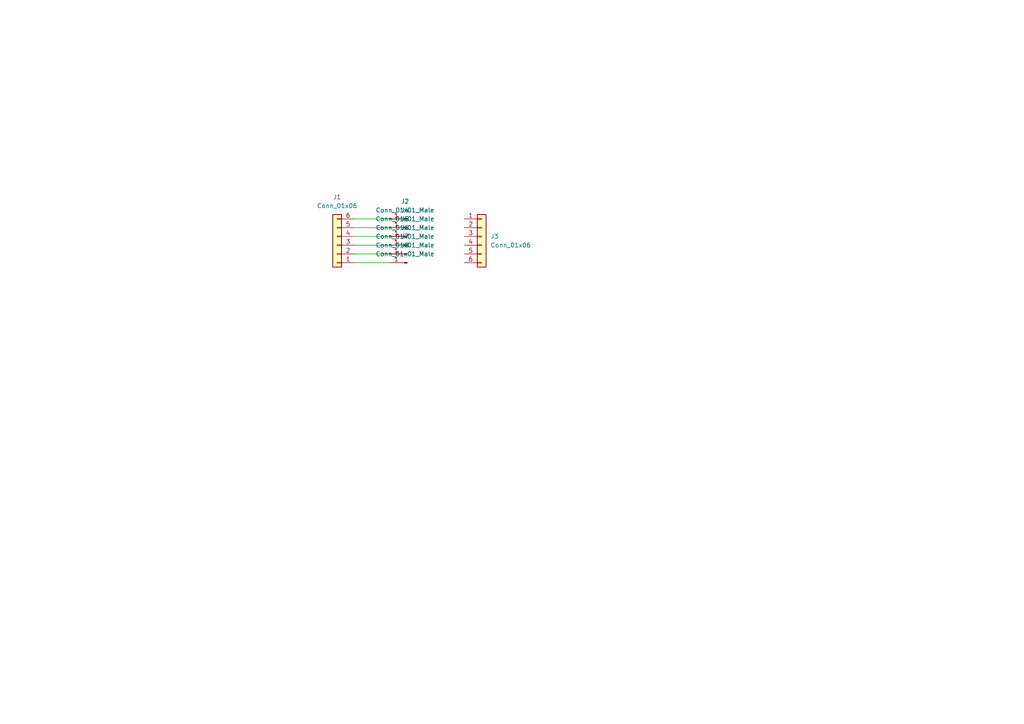
<source format=kicad_sch>
(kicad_sch (version 20211123) (generator eeschema)

  (uuid e63e39d7-6ac0-4ffd-8aa3-1841a4541b55)

  (paper "A4")

  (lib_symbols
    (symbol "Connector:Conn_01x01_Male" (pin_names (offset 1.016) hide) (in_bom yes) (on_board yes)
      (property "Reference" "J" (id 0) (at 0 2.54 0)
        (effects (font (size 1.27 1.27)))
      )
      (property "Value" "Conn_01x01_Male" (id 1) (at 0 -2.54 0)
        (effects (font (size 1.27 1.27)))
      )
      (property "Footprint" "" (id 2) (at 0 0 0)
        (effects (font (size 1.27 1.27)) hide)
      )
      (property "Datasheet" "~" (id 3) (at 0 0 0)
        (effects (font (size 1.27 1.27)) hide)
      )
      (property "ki_keywords" "connector" (id 4) (at 0 0 0)
        (effects (font (size 1.27 1.27)) hide)
      )
      (property "ki_description" "Generic connector, single row, 01x01, script generated (kicad-library-utils/schlib/autogen/connector/)" (id 5) (at 0 0 0)
        (effects (font (size 1.27 1.27)) hide)
      )
      (property "ki_fp_filters" "Connector*:*" (id 6) (at 0 0 0)
        (effects (font (size 1.27 1.27)) hide)
      )
      (symbol "Conn_01x01_Male_1_1"
        (polyline
          (pts
            (xy 1.27 0)
            (xy 0.8636 0)
          )
          (stroke (width 0.1524) (type default) (color 0 0 0 0))
          (fill (type none))
        )
        (rectangle (start 0.8636 0.127) (end 0 -0.127)
          (stroke (width 0.1524) (type default) (color 0 0 0 0))
          (fill (type outline))
        )
        (pin passive line (at 5.08 0 180) (length 3.81)
          (name "Pin_1" (effects (font (size 1.27 1.27))))
          (number "1" (effects (font (size 1.27 1.27))))
        )
      )
    )
    (symbol "Connector_Generic:Conn_01x06" (pin_names (offset 1.016) hide) (in_bom yes) (on_board yes)
      (property "Reference" "J" (id 0) (at 0 7.62 0)
        (effects (font (size 1.27 1.27)))
      )
      (property "Value" "Conn_01x06" (id 1) (at 0 -10.16 0)
        (effects (font (size 1.27 1.27)))
      )
      (property "Footprint" "" (id 2) (at 0 0 0)
        (effects (font (size 1.27 1.27)) hide)
      )
      (property "Datasheet" "~" (id 3) (at 0 0 0)
        (effects (font (size 1.27 1.27)) hide)
      )
      (property "ki_keywords" "connector" (id 4) (at 0 0 0)
        (effects (font (size 1.27 1.27)) hide)
      )
      (property "ki_description" "Generic connector, single row, 01x06, script generated (kicad-library-utils/schlib/autogen/connector/)" (id 5) (at 0 0 0)
        (effects (font (size 1.27 1.27)) hide)
      )
      (property "ki_fp_filters" "Connector*:*_1x??_*" (id 6) (at 0 0 0)
        (effects (font (size 1.27 1.27)) hide)
      )
      (symbol "Conn_01x06_1_1"
        (rectangle (start -1.27 -7.493) (end 0 -7.747)
          (stroke (width 0.1524) (type default) (color 0 0 0 0))
          (fill (type none))
        )
        (rectangle (start -1.27 -4.953) (end 0 -5.207)
          (stroke (width 0.1524) (type default) (color 0 0 0 0))
          (fill (type none))
        )
        (rectangle (start -1.27 -2.413) (end 0 -2.667)
          (stroke (width 0.1524) (type default) (color 0 0 0 0))
          (fill (type none))
        )
        (rectangle (start -1.27 0.127) (end 0 -0.127)
          (stroke (width 0.1524) (type default) (color 0 0 0 0))
          (fill (type none))
        )
        (rectangle (start -1.27 2.667) (end 0 2.413)
          (stroke (width 0.1524) (type default) (color 0 0 0 0))
          (fill (type none))
        )
        (rectangle (start -1.27 5.207) (end 0 4.953)
          (stroke (width 0.1524) (type default) (color 0 0 0 0))
          (fill (type none))
        )
        (rectangle (start -1.27 6.35) (end 1.27 -8.89)
          (stroke (width 0.254) (type default) (color 0 0 0 0))
          (fill (type background))
        )
        (pin passive line (at -5.08 5.08 0) (length 3.81)
          (name "Pin_1" (effects (font (size 1.27 1.27))))
          (number "1" (effects (font (size 1.27 1.27))))
        )
        (pin passive line (at -5.08 2.54 0) (length 3.81)
          (name "Pin_2" (effects (font (size 1.27 1.27))))
          (number "2" (effects (font (size 1.27 1.27))))
        )
        (pin passive line (at -5.08 0 0) (length 3.81)
          (name "Pin_3" (effects (font (size 1.27 1.27))))
          (number "3" (effects (font (size 1.27 1.27))))
        )
        (pin passive line (at -5.08 -2.54 0) (length 3.81)
          (name "Pin_4" (effects (font (size 1.27 1.27))))
          (number "4" (effects (font (size 1.27 1.27))))
        )
        (pin passive line (at -5.08 -5.08 0) (length 3.81)
          (name "Pin_5" (effects (font (size 1.27 1.27))))
          (number "5" (effects (font (size 1.27 1.27))))
        )
        (pin passive line (at -5.08 -7.62 0) (length 3.81)
          (name "Pin_6" (effects (font (size 1.27 1.27))))
          (number "6" (effects (font (size 1.27 1.27))))
        )
      )
    )
  )


  (wire (pts (xy 102.87 73.66) (xy 113.03 73.66))
    (stroke (width 0) (type default) (color 0 0 0 0))
    (uuid 5d673996-a2f9-4f3b-81ec-82f560e192b4)
  )
  (wire (pts (xy 102.87 68.58) (xy 113.03 68.58))
    (stroke (width 0) (type default) (color 0 0 0 0))
    (uuid 98ab2e8c-84e7-4d31-9719-3c6d3c920668)
  )
  (wire (pts (xy 102.87 71.12) (xy 113.03 71.12))
    (stroke (width 0) (type default) (color 0 0 0 0))
    (uuid c2ff89c4-a2fd-41b5-8108-a20f4c016052)
  )
  (wire (pts (xy 102.87 66.04) (xy 113.03 66.04))
    (stroke (width 0) (type default) (color 0 0 0 0))
    (uuid cd9e0c8d-7ccc-4036-aed2-a7129b8c90a0)
  )
  (wire (pts (xy 102.87 76.2) (xy 113.03 76.2))
    (stroke (width 0) (type default) (color 0 0 0 0))
    (uuid ea1bd1e0-70fa-4862-8d86-6949d59a078b)
  )
  (wire (pts (xy 102.87 63.5) (xy 113.03 63.5))
    (stroke (width 0) (type default) (color 0 0 0 0))
    (uuid f9f636ac-8f9f-4cfb-b560-33a24af584ac)
  )

  (symbol (lib_id "Connector_Generic:Conn_01x06") (at 97.79 71.12 180) (unit 1)
    (in_bom yes) (on_board yes) (fields_autoplaced)
    (uuid 02f20c79-68e1-4e36-abf9-36efb187ee46)
    (property "Reference" "J1" (id 0) (at 97.79 57.15 0))
    (property "Value" "Conn_01x06" (id 1) (at 97.79 59.69 0))
    (property "Footprint" "Connector_PinHeader_2.54mm:PinHeader_1x06_P2.54mm_Vertical" (id 2) (at 97.79 71.12 0)
      (effects (font (size 1.27 1.27)) hide)
    )
    (property "Datasheet" "~" (id 3) (at 97.79 71.12 0)
      (effects (font (size 1.27 1.27)) hide)
    )
    (pin "1" (uuid 57251f70-72f2-4f1f-9136-2726bd330fe8))
    (pin "2" (uuid 6ff50d1b-aae0-495b-b1ea-a601171c9fa4))
    (pin "3" (uuid 634c4d1e-d7db-43f5-a524-9335d892b61a))
    (pin "4" (uuid a144b18a-c204-47f4-b7c4-c46ed75a647d))
    (pin "5" (uuid 05e03a78-8584-4890-ae76-f3fee00c6878))
    (pin "6" (uuid 5c0d3aa7-1db0-4fd8-82fd-16d590d634d8))
  )

  (symbol (lib_id "Connector:Conn_01x01_Male") (at 118.11 76.2 180) (unit 1)
    (in_bom yes) (on_board yes) (fields_autoplaced)
    (uuid 178d70b0-9d36-4b6c-a819-2840526db39a)
    (property "Reference" "J8" (id 0) (at 117.475 71.12 0))
    (property "Value" "Conn_01x01_Male" (id 1) (at 117.475 73.66 0))
    (property "Footprint" "footprints:PinHeader_1x01_P1.00mm_Horizontal" (id 2) (at 118.11 76.2 0)
      (effects (font (size 1.27 1.27)) hide)
    )
    (property "Datasheet" "~" (id 3) (at 118.11 76.2 0)
      (effects (font (size 1.27 1.27)) hide)
    )
    (pin "1" (uuid f2e35f1c-880a-4f5a-b249-7c9b6e0820ee))
  )

  (symbol (lib_id "Connector:Conn_01x01_Male") (at 118.11 66.04 180) (unit 1)
    (in_bom yes) (on_board yes) (fields_autoplaced)
    (uuid 3d07da88-94bf-458a-a135-40a54152bd97)
    (property "Reference" "J4" (id 0) (at 117.475 60.96 0))
    (property "Value" "Conn_01x01_Male" (id 1) (at 117.475 63.5 0))
    (property "Footprint" "footprints:PinHeader_1x01_P1.00mm_Horizontal" (id 2) (at 118.11 66.04 0)
      (effects (font (size 1.27 1.27)) hide)
    )
    (property "Datasheet" "~" (id 3) (at 118.11 66.04 0)
      (effects (font (size 1.27 1.27)) hide)
    )
    (pin "1" (uuid 70166913-b3bb-429c-9f48-fd98991f8d6b))
  )

  (symbol (lib_id "Connector:Conn_01x01_Male") (at 118.11 68.58 180) (unit 1)
    (in_bom yes) (on_board yes) (fields_autoplaced)
    (uuid 42cd5fde-d496-467b-9aa3-63e7f6326518)
    (property "Reference" "J5" (id 0) (at 117.475 63.5 0))
    (property "Value" "Conn_01x01_Male" (id 1) (at 117.475 66.04 0))
    (property "Footprint" "footprints:PinHeader_1x01_P1.00mm_Horizontal" (id 2) (at 118.11 68.58 0)
      (effects (font (size 1.27 1.27)) hide)
    )
    (property "Datasheet" "~" (id 3) (at 118.11 68.58 0)
      (effects (font (size 1.27 1.27)) hide)
    )
    (pin "1" (uuid d9c83be6-b85a-4e4f-a6e5-f36cb89df2d2))
  )

  (symbol (lib_id "Connector:Conn_01x01_Male") (at 118.11 71.12 180) (unit 1)
    (in_bom yes) (on_board yes) (fields_autoplaced)
    (uuid aeda4e14-9a18-428c-affd-e1707bff9b12)
    (property "Reference" "J6" (id 0) (at 117.475 66.04 0))
    (property "Value" "Conn_01x01_Male" (id 1) (at 117.475 68.58 0))
    (property "Footprint" "footprints:PinHeader_1x01_P1.00mm_Horizontal" (id 2) (at 118.11 71.12 0)
      (effects (font (size 1.27 1.27)) hide)
    )
    (property "Datasheet" "~" (id 3) (at 118.11 71.12 0)
      (effects (font (size 1.27 1.27)) hide)
    )
    (pin "1" (uuid 4b7eee0d-3912-4669-a371-df6b68261fc7))
  )

  (symbol (lib_id "Connector_Generic:Conn_01x06") (at 139.7 68.58 0) (unit 1)
    (in_bom yes) (on_board yes) (fields_autoplaced)
    (uuid b45faf1e-b7a2-4d73-9833-db84a2fde78b)
    (property "Reference" "J3" (id 0) (at 142.24 68.5799 0)
      (effects (font (size 1.27 1.27)) (justify left))
    )
    (property "Value" "Conn_01x06" (id 1) (at 142.24 71.1199 0)
      (effects (font (size 1.27 1.27)) (justify left))
    )
    (property "Footprint" "Connector_PinHeader_1.00mm:PinHeader_1x06_P1.00mm_Vertical_SMD_Pin1Left" (id 2) (at 139.7 68.58 0)
      (effects (font (size 1.27 1.27)) hide)
    )
    (property "Datasheet" "~" (id 3) (at 139.7 68.58 0)
      (effects (font (size 1.27 1.27)) hide)
    )
    (pin "1" (uuid e5f06cd2-492e-41b2-8ded-13a3fa1042bb))
    (pin "2" (uuid 7f7833f4-976f-4a80-99c4-69f2976ed565))
    (pin "3" (uuid ec7073f7-f754-4ee6-a977-3d11d16480f8))
    (pin "4" (uuid a8470270-920a-4fed-9691-22526135f92c))
    (pin "5" (uuid 513c5122-3fbb-44b6-aa2c-74224719f915))
    (pin "6" (uuid f99552ce-0729-4ada-aef3-5686270d7c4d))
  )

  (symbol (lib_id "Connector:Conn_01x01_Male") (at 118.11 73.66 180) (unit 1)
    (in_bom yes) (on_board yes) (fields_autoplaced)
    (uuid ef3cf04e-682b-44e8-9b07-fc8e4d284ba5)
    (property "Reference" "J7" (id 0) (at 117.475 68.58 0))
    (property "Value" "Conn_01x01_Male" (id 1) (at 117.475 71.12 0))
    (property "Footprint" "footprints:PinHeader_1x01_P1.00mm_Horizontal" (id 2) (at 118.11 73.66 0)
      (effects (font (size 1.27 1.27)) hide)
    )
    (property "Datasheet" "~" (id 3) (at 118.11 73.66 0)
      (effects (font (size 1.27 1.27)) hide)
    )
    (pin "1" (uuid 32bc5622-5be4-419a-a99c-7ffd4292b93f))
  )

  (symbol (lib_id "Connector:Conn_01x01_Male") (at 118.11 63.5 180) (unit 1)
    (in_bom yes) (on_board yes) (fields_autoplaced)
    (uuid fe9ccbbc-a9cf-4886-a19b-9a3d08cdb206)
    (property "Reference" "J2" (id 0) (at 117.475 58.42 0))
    (property "Value" "Conn_01x01_Male" (id 1) (at 117.475 60.96 0))
    (property "Footprint" "footprints:PinHeader_1x01_P1.00mm_Horizontal" (id 2) (at 118.11 63.5 0)
      (effects (font (size 1.27 1.27)) hide)
    )
    (property "Datasheet" "~" (id 3) (at 118.11 63.5 0)
      (effects (font (size 1.27 1.27)) hide)
    )
    (pin "1" (uuid af6bc722-2674-4c64-a59b-ba1579670c29))
  )

  (sheet_instances
    (path "/" (page "1"))
  )

  (symbol_instances
    (path "/02f20c79-68e1-4e36-abf9-36efb187ee46"
      (reference "J1") (unit 1) (value "Conn_01x06") (footprint "Connector_PinHeader_2.54mm:PinHeader_1x06_P2.54mm_Vertical")
    )
    (path "/fe9ccbbc-a9cf-4886-a19b-9a3d08cdb206"
      (reference "J2") (unit 1) (value "Conn_01x01_Male") (footprint "footprints:PinHeader_1x01_P1.00mm_Horizontal")
    )
    (path "/b45faf1e-b7a2-4d73-9833-db84a2fde78b"
      (reference "J3") (unit 1) (value "Conn_01x06") (footprint "Connector_PinHeader_1.00mm:PinHeader_1x06_P1.00mm_Vertical_SMD_Pin1Left")
    )
    (path "/3d07da88-94bf-458a-a135-40a54152bd97"
      (reference "J4") (unit 1) (value "Conn_01x01_Male") (footprint "footprints:PinHeader_1x01_P1.00mm_Horizontal")
    )
    (path "/42cd5fde-d496-467b-9aa3-63e7f6326518"
      (reference "J5") (unit 1) (value "Conn_01x01_Male") (footprint "footprints:PinHeader_1x01_P1.00mm_Horizontal")
    )
    (path "/aeda4e14-9a18-428c-affd-e1707bff9b12"
      (reference "J6") (unit 1) (value "Conn_01x01_Male") (footprint "footprints:PinHeader_1x01_P1.00mm_Horizontal")
    )
    (path "/ef3cf04e-682b-44e8-9b07-fc8e4d284ba5"
      (reference "J7") (unit 1) (value "Conn_01x01_Male") (footprint "footprints:PinHeader_1x01_P1.00mm_Horizontal")
    )
    (path "/178d70b0-9d36-4b6c-a819-2840526db39a"
      (reference "J8") (unit 1) (value "Conn_01x01_Male") (footprint "footprints:PinHeader_1x01_P1.00mm_Horizontal")
    )
  )
)

</source>
